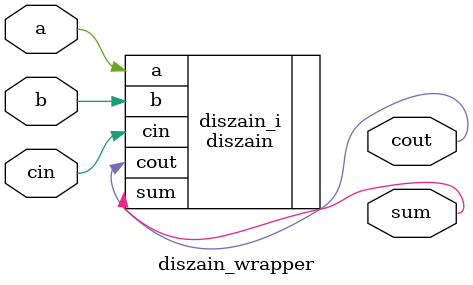
<source format=v>
`timescale 1 ps / 1 ps

module diszain_wrapper
   (a,
    b,
    cin,
    cout,
    sum);
  input [0:0]a;
  input [0:0]b;
  input [0:0]cin;
  output [0:0]cout;
  output [0:0]sum;

  wire [0:0]a;
  wire [0:0]b;
  wire [0:0]cin;
  wire [0:0]cout;
  wire [0:0]sum;

  diszain diszain_i
       (.a(a),
        .b(b),
        .cin(cin),
        .cout(cout),
        .sum(sum));
endmodule

</source>
